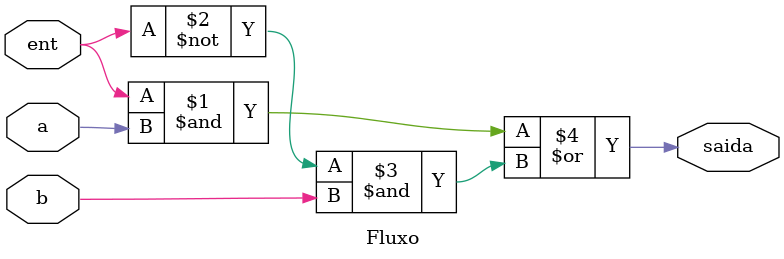
<source format=sv>
module Fluxo (a, b, ent, saida);

	input a, b, ent;
	output saida;
	
	assign saida = (ent&a) | (~ent&b);
	
endmodule

</source>
